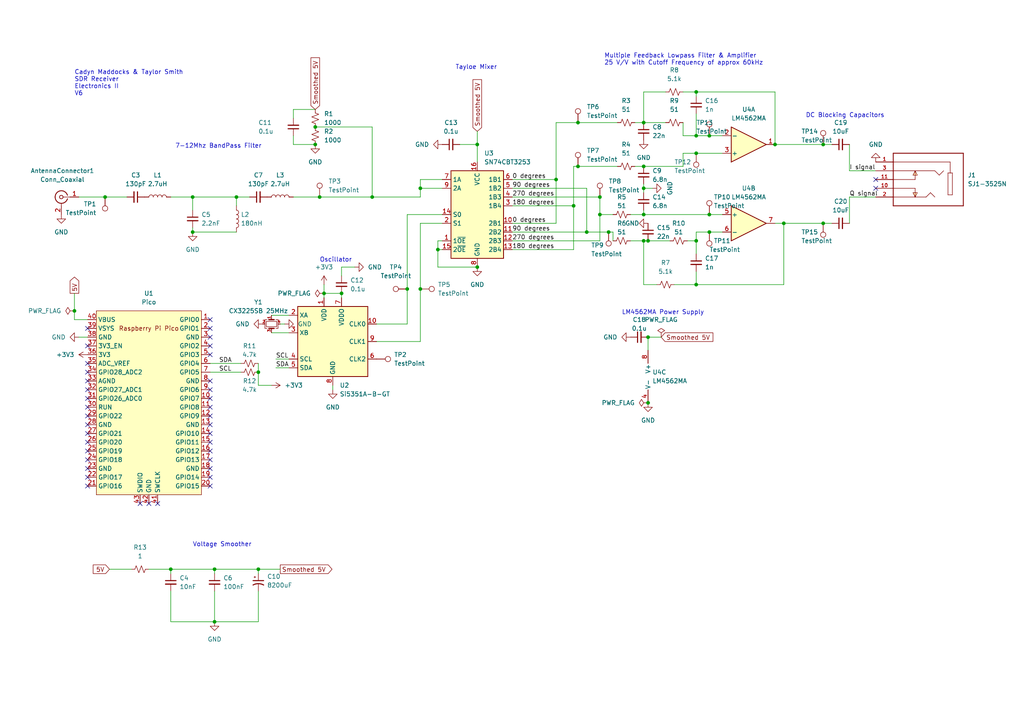
<source format=kicad_sch>
(kicad_sch (version 20211123) (generator eeschema)
  (paper "A4")
  (title_block (title "SDR Receiver"))
  (lib_symbols
    (symbol "Amplifier_Operational:LM2904" (pin_names (offset 0.127))
      (property "Reference" "U" (at 0 5.08 0))
      (property "Value" "LM2904" (at 0 -5.08 0))
      (symbol "LM2904_1_1"
        (polyline (pts (xy -5.08 5.08) (xy 5.08 0) (xy -5.08 -5.08) (xy -5.08 5.08)) (stroke (width 0.254)) (fill (type background)))
        (pin output line (at 7.62 0 180) (length 2.54) (name "~") (number "1"))
        (pin input line (at -7.62 -2.54 0) (length 2.54) (name "-") (number "2"))
        (pin input line (at -7.62 2.54 0) (length 2.54) (name "+") (number "3"))
      )
      (symbol "LM2904_2_1"
        (polyline (pts (xy -5.08 5.08) (xy 5.08 0) (xy -5.08 -5.08) (xy -5.08 5.08)) (stroke (width 0.254)) (fill (type background)))
        (pin input line (at -7.62 2.54 0) (length 2.54) (name "+") (number "5"))
        (pin input line (at -7.62 -2.54 0) (length 2.54) (name "-") (number "6"))
        (pin output line (at 7.62 0 180) (length 2.54) (name "~") (number "7"))
      )
      (symbol "LM2904_3_1"
        (pin power_in line (at -2.54 -7.62 90) (length 3.81) (name "V-") (number "4"))
        (pin power_in line (at -2.54 7.62 270) (length 3.81) (name "V+") (number "8"))
      )
    )
    (symbol "Analog_Switch:SN74CBT3253"
      (property "Reference" "U" (at -7.62 13.97 0))
      (property "Value" "SN74CBT3253" (at -11.43 -13.97 0))
      (symbol "SN74CBT3253_0_1"
        (rectangle (start -7.62 12.7) (end 7.62 -12.7) (stroke (width 0.254)) (fill (type background)))
        (rectangle (start 7.62 -12.7) (end 7.62 -12.7))
      )
      (symbol "SN74CBT3253_1_1"
        (pin input line (at -10.16 -7.62 0) (length 2.54) (name "1~{OE}") (number "1"))
        (pin bidirectional line (at 10.16 -2.54 180) (length 2.54) (name "2B1") (number "10"))
        (pin bidirectional line (at 10.16 -5.08 180) (length 2.54) (name "2B2") (number "11"))
        (pin bidirectional line (at 10.16 -7.62 180) (length 2.54) (name "2B3") (number "12"))
        (pin bidirectional line (at 10.16 -10.16 180) (length 2.54) (name "2B4") (number "13"))
        (pin input line (at -10.16 0 0) (length 2.54) (name "S0") (number "14"))
        (pin input line (at -10.16 -10.16 0) (length 2.54) (name "2~{OE}") (number "15"))
        (pin power_in line (at 0 15.24 270) (length 2.54) (name "VCC") (number "16"))
        (pin input line (at -10.16 -2.54 0) (length 2.54) (name "S1") (number "2"))
        (pin bidirectional line (at 10.16 2.54 180) (length 2.54) (name "1B4") (number "3"))
        (pin bidirectional line (at 10.16 5.08 180) (length 2.54) (name "1B3") (number "4"))
        (pin bidirectional line (at 10.16 7.62 180) (length 2.54) (name "1B2") (number "5"))
        (pin bidirectional line (at 10.16 10.16 180) (length 2.54) (name "1B1") (number "6"))
        (pin bidirectional line (at -10.16 10.16 0) (length 2.54) (name "1A") (number "7"))
        (pin power_in line (at 0 -15.24 90) (length 2.54) (name "GND") (number "8"))
        (pin bidirectional line (at -10.16 7.62 0) (length 2.54) (name "2A") (number "9"))
      )
    )
    (symbol "Audio_Jack_Sterio3:SJ1-3525N" (pin_names (offset 1.016) hide)
      (property "Reference" "J" (at -10.16 10.16 0))
      (property "Value" "SJ1-3525N" (at -10.16 -12.7254 0))
      (symbol "SJ1-3525N_0_0"
        (polyline (pts (xy -10.16 -7.62) (xy 10.16 -7.62)) (stroke (width 0.254)))
        (polyline (pts (xy -10.16 7.62) (xy -10.16 -7.62)) (stroke (width 0.254)))
        (polyline (pts (xy -6.985 -4.445) (xy -6.985 1.905)) (stroke (width 0.1524)))
        (polyline (pts (xy -6.985 1.905) (xy -6.35 1.905)) (stroke (width 0.1524)))
        (polyline (pts (xy -6.35 1.905) (xy -5.715 1.905)) (stroke (width 0.1524)))
        (polyline (pts (xy -6.35 5.08) (xy -6.35 1.905)) (stroke (width 0.1524)))
        (polyline (pts (xy -5.715 -4.445) (xy -6.985 -4.445)) (stroke (width 0.1524)))
        (polyline (pts (xy -5.715 1.905) (xy -5.715 -4.445)) (stroke (width 0.1524)))
        (polyline (pts (xy -3.175 1.27) (xy -4.445 2.54)) (stroke (width 0.1524)))
        (polyline (pts (xy -1.905 2.54) (xy -3.175 1.27)) (stroke (width 0.1524)))
        (polyline (pts (xy -0.635 -3.81) (xy -1.905 -5.08)) (stroke (width 0.1524)))
        (polyline (pts (xy 0.635 -5.08) (xy -0.635 -3.81)) (stroke (width 0.1524)))
        (polyline (pts (xy 3.81 -5.08) (xy 0.635 -5.08)) (stroke (width 0.1524)))
        (polyline (pts (xy 3.81 -2.54) (xy 3.81 -5.08)) (stroke (width 0.1524)))
        (polyline (pts (xy 3.81 2.54) (xy -1.905 2.54)) (stroke (width 0.1524)))
        (polyline (pts (xy 3.81 2.54) (xy 3.81 0)) (stroke (width 0.1524)))
        (polyline (pts (xy 10.16 -7.62) (xy 10.16 -5.08)) (stroke (width 0.254)))
        (polyline (pts (xy 10.16 -5.08) (xy 3.81 -5.08)) (stroke (width 0.1524)))
        (polyline (pts (xy 10.16 -5.08) (xy 10.16 -2.54)) (stroke (width 0.254)))
        (polyline (pts (xy 10.16 -2.54) (xy 3.81 -2.54)) (stroke (width 0.1524)))
        (polyline (pts (xy 10.16 -2.54) (xy 10.16 0)) (stroke (width 0.254)))
        (polyline (pts (xy 10.16 0) (xy 3.81 0)) (stroke (width 0.1524)))
        (polyline (pts (xy 10.16 0) (xy 10.16 2.54)) (stroke (width 0.254)))
        (polyline (pts (xy 10.16 2.54) (xy 3.81 2.54)) (stroke (width 0.1524)))
        (polyline (pts (xy 10.16 2.54) (xy 10.16 5.08)) (stroke (width 0.254)))
        (polyline (pts (xy 10.16 5.08) (xy -6.35 5.08)) (stroke (width 0.1524)))
        (polyline (pts (xy 10.16 5.08) (xy 10.16 7.62)) (stroke (width 0.254)))
        (polyline (pts (xy 10.16 7.62) (xy -10.16 7.62)) (stroke (width 0.254)))
        (polyline (pts (xy 3.81 -5.08) (xy 3.175 -3.81) (xy 4.445 -3.81) (xy 3.81 -5.08)) (stroke (width 0.1524)) (fill (type background)))
        (polyline (pts (xy 3.81 2.54) (xy 4.445 1.27) (xy 3.175 1.27) (xy 3.81 2.54)) (stroke (width 0.1524)) (fill (type background)))
        (pin passive line (at 15.24 5.08 180) (length 5.08) (name "~") (number "1"))
        (pin passive line (at 15.24 -2.54 180) (length 5.08) (name "~") (number "10"))
        (pin passive line (at 15.24 0 180) (length 5.08) (name "~") (number "11"))
        (pin passive line (at 15.24 -5.08 180) (length 5.08) (name "~") (number "2"))
        (pin passive line (at 15.24 2.54 180) (length 5.08) (name "~") (number "3"))
      )
    )
    (symbol "Connector:Conn_Coaxial" (pin_names (offset 1.016) hide)
      (property "Reference" "J" (at 0.254 3.048 0))
      (property "Value" "Conn_Coaxial" (at 2.921 0 90))
      (symbol "Conn_Coaxial_0_1"
        (arc (start -1.778 -0.508) (mid 0.2311 -1.8066) (end 1.778 0) (stroke (width 0.254)))
        (polyline (pts (xy -2.54 0) (xy -0.508 0)))
        (polyline (pts (xy 0 -2.54) (xy 0 -1.778)))
        (circle (center 0 0) (radius 0.508) (stroke (width 0.2032)))
        (arc (start 1.778 0) (mid 0.2099 1.8101) (end -1.778 0.508) (stroke (width 0.254)))
      )
      (symbol "Conn_Coaxial_1_1"
        (pin passive line (at -5.08 0 0) (length 2.54) (name "In") (number "1"))
        (pin passive line (at 0 -5.08 90) (length 2.54) (name "Ext") (number "2"))
      )
    )
    (symbol "Connector:TestPoint" (pin_numbers hide) (pin_names (offset 0.762) hide)
      (property "Reference" "TP" (at 0 6.858 0))
      (property "Value" "TestPoint" (at 0 5.08 0))
      (symbol "TestPoint_0_1"
        (circle (center 0 3.302) (radius 0.762))
      )
      (symbol "TestPoint_1_1"
        (pin passive line (at 0 0 90) (length 2.54) (name "1") (number "1"))
      )
    )
    (symbol "Device:C_Polarized_Small_US" (pin_numbers hide) (pin_names (offset 0.254) hide)
      (property "Reference" "C" (at 0.254 1.778 0))
      (property "Value" "C_Polarized_Small_US" (at 0.254 -2.032 0))
      (symbol "C_Polarized_Small_US_0_1"
        (polyline (pts (xy -1.524 0.508) (xy 1.524 0.508)) (stroke (width 0.3048)))
        (polyline (pts (xy -1.27 1.524) (xy -0.762 1.524)))
        (polyline (pts (xy -1.016 1.27) (xy -1.016 1.778)))
        (arc (start 1.524 -0.762) (mid 0 -0.3734) (end -1.524 -0.762) (stroke (width 0.3048)))
      )
      (symbol "C_Polarized_Small_US_1_1"
        (pin passive line (at 0 2.54 270) (length 2.032) (name "~") (number "1"))
        (pin passive line (at 0 -2.54 90) (length 2.032) (name "~") (number "2"))
      )
    )
    (symbol "Device:C_Small" (pin_numbers hide) (pin_names (offset 0.254) hide)
      (property "Reference" "C" (at 0.254 1.778 0))
      (property "Value" "C_Small" (at 0.254 -2.032 0))
      (symbol "C_Small_0_1"
        (polyline (pts (xy -1.524 -0.508) (xy 1.524 -0.508)) (stroke (width 0.3302)))
        (polyline (pts (xy -1.524 0.508) (xy 1.524 0.508)) (stroke (width 0.3048)))
      )
      (symbol "C_Small_1_1"
        (pin passive line (at 0 2.54 270) (length 2.032) (name "~") (number "1"))
        (pin passive line (at 0 -2.54 90) (length 2.032) (name "~") (number "2"))
      )
    )
    (symbol "Device:Crystal_GND24_Small" (pin_names (offset 1.016) hide)
      (property "Reference" "Y" (at 1.27 4.445 0))
      (property "Value" "Crystal_GND24_Small" (at 1.27 2.54 0))
      (symbol "Crystal_GND24_Small_0_1"
        (rectangle (start -0.762 -1.524) (end 0.762 1.524))
        (polyline (pts (xy -1.27 -0.762) (xy -1.27 0.762)) (stroke (width 0.381)))
        (polyline (pts (xy 1.27 -0.762) (xy 1.27 0.762)) (stroke (width 0.381)))
        (polyline (pts (xy -1.27 -1.27) (xy -1.27 -1.905) (xy 1.27 -1.905) (xy 1.27 -1.27)))
        (polyline (pts (xy -1.27 1.27) (xy -1.27 1.905) (xy 1.27 1.905) (xy 1.27 1.27)))
      )
      (symbol "Crystal_GND24_Small_1_1"
        (pin passive line (at -2.54 0 0) (length 1.27) (name "1") (number "1"))
        (pin passive line (at 0 -2.54 90) (length 0.635) (name "2") (number "2"))
        (pin passive line (at 2.54 0 180) (length 1.27) (name "3") (number "3"))
        (pin passive line (at 0 2.54 270) (length 0.635) (name "4") (number "4"))
      )
    )
    (symbol "Device:L" (pin_numbers hide) (pin_names (offset 1.016) hide)
      (property "Reference" "L" (at -1.27 0 90))
      (property "Value" "L" (at 1.905 0 90))
      (symbol "L_0_1"
        (arc (start 0 -2.54) (mid 0.635 -1.905) (end 0 -1.27))
        (arc (start 0 -1.27) (mid 0.635 -0.635) (end 0 0))
        (arc (start 0 0) (mid 0.635 0.635) (end 0 1.27))
        (arc (start 0 1.27) (mid 0.635 1.905) (end 0 2.54))
      )
      (symbol "L_1_1"
        (pin passive line (at 0 3.81 270) (length 1.27) (name "1") (number "1"))
        (pin passive line (at 0 -3.81 90) (length 1.27) (name "2") (number "2"))
      )
    )
    (symbol "Device:R_Small_US" (pin_numbers hide) (pin_names (offset 0.254) hide)
      (property "Reference" "R" (at 0.762 0.508 0))
      (property "Value" "R_Small_US" (at 0.762 -1.016 0))
      (symbol "R_Small_US_1_1"
        (polyline (pts (xy 0 0) (xy 1.016 -0.381) (xy 0 -0.762) (xy -1.016 -1.143) (xy 0 -1.524)))
        (polyline (pts (xy 0 1.524) (xy 1.016 1.143) (xy 0 0.762) (xy -1.016 0.381) (xy 0 0)))
        (pin passive line (at 0 2.54 270) (length 1.016) (name "~") (number "1"))
        (pin passive line (at 0 -2.54 90) (length 1.016) (name "~") (number "2"))
      )
    )
    (symbol "MCU_RaspberryPi_and_Boards:Pico"
      (property "Reference" "U" (at -13.97 27.94 0))
      (property "Value" "Pico" (at 0 19.05 0))
      (symbol "Pico_0_0"
        (text "Raspberry Pi Pico" (at 0 21.59 0) (effects (font (size 1.27 1.27))))
      )
      (symbol "Pico_0_1"
        (rectangle (start -15.24 26.67) (end 15.24 -26.67) (fill (type background)))
      )
      (symbol "Pico_1_1"
        (pin bidirectional line (at -17.78 24.13 0) (length 2.54) (name "GPIO0") (number "1"))
        (pin bidirectional line (at -17.78 1.27 0) (length 2.54) (name "GPIO7") (number "10"))
        (pin bidirectional line (at -17.78 -1.27 0) (length 2.54) (name "GPIO8") (number "11"))
        (pin bidirectional line (at -17.78 -3.81 0) (length 2.54) (name "GPIO9") (number "12"))
        (pin power_in line (at -17.78 -6.35 0) (length 2.54) (name "GND") (number "13"))
        (pin bidirectional line (at -17.78 -8.89 0) (length 2.54) (name "GPIO10") (number "14"))
        (pin bidirectional line (at -17.78 -11.43 0) (length 2.54) (name "GPIO11") (number "15"))
        (pin bidirectional line (at -17.78 -13.97 0) (length 2.54) (name "GPIO12") (number "16"))
        (pin bidirectional line (at -17.78 -16.51 0) (length 2.54) (name "GPIO13") (number "17"))
        (pin power_in line (at -17.78 -19.05 0) (length 2.54) (name "GND") (number "18"))
        (pin bidirectional line (at -17.78 -21.59 0) (length 2.54) (name "GPIO14") (number "19"))
        (pin bidirectional line (at -17.78 21.59 0) (length 2.54) (name "GPIO1") (number "2"))
        (pin bidirectional line (at -17.78 -24.13 0) (length 2.54) (name "GPIO15") (number "20"))
        (pin bidirectional line (at 17.78 -24.13 180) (length 2.54) (name "GPIO16") (number "21"))
        (pin bidirectional line (at 17.78 -21.59 180) (length 2.54) (name "GPIO17") (number "22"))
        (pin power_in line (at 17.78 -19.05 180) (length 2.54) (name "GND") (number "23"))
        (pin bidirectional line (at 17.78 -16.51 180) (length 2.54) (name "GPIO18") (number "24"))
        (pin bidirectional line (at 17.78 -13.97 180) (length 2.54) (name "GPIO19") (number "25"))
        (pin bidirectional line (at 17.78 -11.43 180) (length 2.54) (name "GPIO20") (number "26"))
        (pin bidirectional line (at 17.78 -8.89 180) (length 2.54) (name "GPIO21") (number "27"))
        (pin power_in line (at 17.78 -6.35 180) (length 2.54) (name "GND") (number "28"))
        (pin bidirectional line (at 17.78 -3.81 180) (length 2.54) (name "GPIO22") (number "29"))
        (pin power_in line (at -17.78 19.05 0) (length 2.54) (name "GND") (number "3"))
        (pin input line (at 17.78 -1.27 180) (length 2.54) (name "RUN") (number "30"))
        (pin bidirectional line (at 17.78 1.27 180) (length 2.54) (name "GPIO26_ADC0") (number "31"))
        (pin bidirectional line (at 17.78 3.81 180) (length 2.54) (name "GPIO27_ADC1") (number "32"))
        (pin power_in line (at 17.78 6.35 180) (length 2.54) (name "AGND") (number "33"))
        (pin bidirectional line (at 17.78 8.89 180) (length 2.54) (name "GPIO28_ADC2") (number "34"))
        (pin power_in line (at 17.78 11.43 180) (length 2.54) (name "ADC_VREF") (number "35"))
        (pin power_in line (at 17.78 13.97 180) (length 2.54) (name "3V3") (number "36"))
        (pin input line (at 17.78 16.51 180) (length 2.54) (name "3V3_EN") (number "37"))
        (pin bidirectional line (at 17.78 19.05 180) (length 2.54) (name "GND") (number "38"))
        (pin power_in line (at 17.78 21.59 180) (length 2.54) (name "VSYS") (number "39"))
        (pin bidirectional line (at -17.78 16.51 0) (length 2.54) (name "GPIO2") (number "4"))
        (pin power_in line (at 17.78 24.13 180) (length 2.54) (name "VBUS") (number "40"))
        (pin input line (at -2.54 -29.21 90) (length 2.54) (name "SWCLK") (number "41"))
        (pin power_in line (at 0 -29.21 90) (length 2.54) (name "GND") (number "42"))
        (pin bidirectional line (at 2.54 -29.21 90) (length 2.54) (name "SWDIO") (number "43"))
        (pin bidirectional line (at -17.78 13.97 0) (length 2.54) (name "GPIO3") (number "5"))
        (pin bidirectional line (at -17.78 11.43 0) (length 2.54) (name "GPIO4") (number "6"))
        (pin bidirectional line (at -17.78 8.89 0) (length 2.54) (name "GPIO5") (number "7"))
        (pin power_in line (at -17.78 6.35 0) (length 2.54) (name "GND") (number "8"))
        (pin bidirectional line (at -17.78 3.81 0) (length 2.54) (name "GPIO6") (number "9"))
      )
    )
    (symbol "Oscillator:Si5351A-B-GT"
      (property "Reference" "U" (at -8.89 11.43 0))
      (property "Value" "Si5351A-B-GT" (at -12.7 -12.7 0))
      (symbol "Si5351A-B-GT_0_1"
        (rectangle (start -10.16 10.16) (end 10.16 -10.16) (stroke (width 0.254)) (fill (type background)))
      )
      (symbol "Si5351A-B-GT_1_1"
        (pin power_in line (at -2.54 12.7 270) (length 2.54) (name "VDD") (number "1"))
        (pin output line (at 12.7 5.08 180) (length 2.54) (name "CLK0") (number "10"))
        (pin input line (at -12.7 7.62 0) (length 2.54) (name "XA") (number "2"))
        (pin input line (at -12.7 2.54 0) (length 2.54) (name "XB") (number "3"))
        (pin input line (at -12.7 -5.08 0) (length 2.54) (name "SCL") (number "4"))
        (pin bidirectional line (at -12.7 -7.62 0) (length 2.54) (name "SDA") (number "5"))
        (pin output line (at 12.7 -5.08 180) (length 2.54) (name "CLK2") (number "6"))
        (pin power_in line (at 2.54 12.7 270) (length 2.54) (name "VDDO") (number "7"))
        (pin power_in line (at 0 -12.7 90) (length 2.54) (name "GND") (number "8"))
        (pin output line (at 12.7 0 180) (length 2.54) (name "CLK1") (number "9"))
      )
    )
    (symbol "power:+3.3V" (power) (pin_names (offset 0))
      (property "Value" "+3.3V" (at 0 3.556 0))
      (symbol "+3.3V_0_1"
        (polyline (pts (xy -0.762 1.27) (xy 0 2.54)))
        (polyline (pts (xy 0 0) (xy 0 2.54)))
        (polyline (pts (xy 0 2.54) (xy 0.762 1.27)))
      )
      (symbol "+3.3V_1_1"
        (pin power_in line (at 0 0 90) (length 0) hide (name "+3V3") (number "1"))
      )
    )
    (symbol "power:GND" (power) (pin_names (offset 0))
      (property "Value" "GND" (at 0 -3.81 0))
      (symbol "GND_0_1"
        (polyline (pts (xy 0 0) (xy 0 -1.27) (xy 1.27 -1.27) (xy 0 -2.54) (xy -1.27 -1.27) (xy 0 -1.27)))
      )
      (symbol "GND_1_1"
        (pin power_in line (at 0 0 270) (length 0) hide (name "GND") (number "1"))
      )
    )
    (symbol "power:PWR_FLAG" (power) (pin_numbers hide) (pin_names (offset 0) hide)
      (property "Value" "PWR_FLAG" (at 0 3.81 0))
      (symbol "PWR_FLAG_0_0"
        (pin power_out line (at 0 0 90) (length 0) (name "pwr") (number "1"))
      )
      (symbol "PWR_FLAG_0_1"
        (polyline (pts (xy 0 0) (xy 0 1.27) (xy -1.016 1.905) (xy 0 2.54) (xy 1.016 1.905) (xy 0 1.27)))
      )
    )
  )
  (junction (at 238.76 41.91))
  (junction (at 107.95 57.15))
  (junction (at 170.18 67.31))
  (junction (at 138.43 41.91))
  (junction (at 176.53 67.31))
  (junction (at 166.37 59.69))
  (junction (at 186.69 69.85))
  (junction (at 201.93 39.37))
  (junction (at 187.96 69.85))
  (junction (at 238.76 64.77))
  (junction (at 55.88 57.15))
  (junction (at 227.33 64.77))
  (junction (at 187.96 97.79))
  (junction (at 91.44 36.83))
  (junction (at 138.43 77.47))
  (junction (at 201.93 69.85))
  (junction (at 201.93 44.45))
  (junction (at 62.23 165.1))
  (junction (at 30.48 57.15))
  (junction (at 91.44 41.91))
  (junction (at 186.69 48.26))
  (junction (at 205.74 67.31))
  (junction (at 118.11 83.82))
  (junction (at 205.74 39.37))
  (junction (at 62.23 180.34))
  (junction (at 205.74 62.23))
  (junction (at 161.29 52.07))
  (junction (at 121.92 54.61))
  (junction (at 201.93 26.67))
  (junction (at 74.93 107.95))
  (junction (at 186.69 62.23))
  (junction (at 74.93 165.1))
  (junction (at 55.88 67.31))
  (junction (at 224.79 41.91))
  (junction (at 186.69 35.56))
  (junction (at 92.71 57.15))
  (junction (at 99.06 85.09))
  (junction (at 186.69 54.61))
  (junction (at 173.99 62.23))
  (junction (at 187.96 116.84))
  (junction (at 93.98 85.09))
  (junction (at 201.93 82.55))
  (junction (at 68.58 57.15))
  (junction (at 167.64 35.56))
  (junction (at 167.64 48.26))
  (junction (at 121.92 83.82))
  (junction (at 21.59 90.17))
  (junction (at 127 72.39))
  (junction (at 173.99 57.15))
  (junction (at 49.53 165.1))
  (no_connect (at 25.4 100.33))
  (no_connect (at 25.4 105.41))
  (no_connect (at 60.96 102.87))
  (no_connect (at 60.96 100.33))
  (no_connect (at 60.96 97.79))
  (no_connect (at 60.96 95.25))
  (no_connect (at 60.96 92.71))
  (no_connect (at 25.4 107.95))
  (no_connect (at 25.4 115.57))
  (no_connect (at 25.4 113.03))
  (no_connect (at 25.4 110.49))
  (no_connect (at 25.4 123.19))
  (no_connect (at 25.4 125.73))
  (no_connect (at 25.4 118.11))
  (no_connect (at 25.4 120.65))
  (no_connect (at 25.4 140.97))
  (no_connect (at 25.4 138.43))
  (no_connect (at 25.4 128.27))
  (no_connect (at 25.4 130.81))
  (no_connect (at 25.4 133.35))
  (no_connect (at 25.4 135.89))
  (no_connect (at 254 54.61))
  (no_connect (at 254 52.07))
  (no_connect (at 60.96 113.03))
  (no_connect (at 60.96 110.49))
  (no_connect (at 45.72 146.05))
  (no_connect (at 40.64 146.05))
  (no_connect (at 43.18 146.05))
  (no_connect (at 60.96 115.57))
  (no_connect (at 60.96 118.11))
  (no_connect (at 60.96 120.65))
  (no_connect (at 60.96 123.19))
  (no_connect (at 60.96 133.35))
  (no_connect (at 60.96 130.81))
  (no_connect (at 60.96 128.27))
  (no_connect (at 60.96 125.73))
  (no_connect (at 60.96 135.89))
  (no_connect (at 60.96 138.43))
  (no_connect (at 60.96 140.97))
  (no_connect (at 25.4 95.25))
  (wire (pts (xy 128.27 69.85) (xy 127 69.85)))
  (wire (pts (xy 60.96 105.41) (xy 69.85 105.41)))
  (wire (pts (xy 182.88 69.85) (xy 186.69 69.85)))
  (wire (pts (xy 238.76 64.77) (xy 241.3 64.77)))
  (wire (pts (xy 78.74 91.44) (xy 83.82 91.44)))
  (wire (pts (xy 184.15 35.56) (xy 186.69 35.56)))
  (wire (pts (xy 246.38 41.91) (xy 246.38 49.53)))
  (wire (pts (xy 121.92 54.61) (xy 121.92 57.15)))
  (wire (pts (xy 224.79 41.91) (xy 238.76 41.91)))
  (wire (pts (xy 91.44 36.83) (xy 107.95 36.83)))
  (wire (pts (xy 182.88 62.23) (xy 186.69 62.23)))
  (wire (pts (xy 85.09 57.15) (xy 92.71 57.15)))
  (wire (pts (xy 198.12 48.26) (xy 198.12 44.45)))
  (wire (pts (xy 49.53 57.15) (xy 55.88 57.15)))
  (wire (pts (xy 227.33 64.77) (xy 238.76 64.77)))
  (wire (pts (xy 80.01 104.14) (xy 83.82 104.14)))
  (wire (pts (xy 30.48 57.15) (xy 36.83 57.15)))
  (wire (pts (xy 184.15 48.26) (xy 186.69 48.26)))
  (wire (pts (xy 186.69 26.67) (xy 186.69 35.56)))
  (wire (pts (xy 224.79 64.77) (xy 227.33 64.77)))
  (wire (pts (xy 238.76 41.91) (xy 241.3 41.91)))
  (wire (pts (xy 93.98 85.09) (xy 93.98 86.36)))
  (wire (pts (xy 201.93 26.67) (xy 201.93 27.94)))
  (wire (pts (xy 74.93 165.1) (xy 74.93 166.37)))
  (wire (pts (xy 186.69 53.34) (xy 186.69 54.61)))
  (wire (pts (xy 166.37 59.69) (xy 166.37 48.26)))
  (wire (pts (xy 74.93 107.95) (xy 74.93 111.76)))
  (wire (pts (xy 74.93 180.34) (xy 62.23 180.34)))
  (wire (pts (xy 246.38 49.53) (xy 254 49.53)))
  (wire (pts (xy 201.93 67.31) (xy 201.93 69.85)))
  (wire (pts (xy 21.59 85.09) (xy 21.59 90.17)))
  (wire (pts (xy 118.11 62.23) (xy 128.27 62.23)))
  (wire (pts (xy 107.95 57.15) (xy 121.92 57.15)))
  (wire (pts (xy 127 72.39) (xy 128.27 72.39)))
  (wire (pts (xy 85.09 31.75) (xy 91.44 31.75)))
  (wire (pts (xy 49.53 180.34) (xy 49.53 171.45)))
  (wire (pts (xy 209.55 67.31) (xy 205.74 67.31)))
  (wire (pts (xy 161.29 64.77) (xy 161.29 52.07)))
  (wire (pts (xy 85.09 39.37) (xy 85.09 41.91)))
  (wire (pts (xy 74.93 171.45) (xy 74.93 180.34)))
  (wire (pts (xy 31.75 165.1) (xy 38.1 165.1)))
  (wire (pts (xy 62.23 165.1) (xy 62.23 166.37)))
  (wire (pts (xy 167.64 48.26) (xy 179.07 48.26)))
  (wire (pts (xy 80.01 106.68) (xy 83.82 106.68)))
  (wire (pts (xy 22.86 97.79) (xy 25.4 97.79)))
  (wire (pts (xy 43.18 165.1) (xy 49.53 165.1)))
  (wire (pts (xy 109.22 93.98) (xy 118.11 93.98)))
  (wire (pts (xy 201.93 39.37) (xy 205.74 39.37)))
  (wire (pts (xy 99.06 77.47) (xy 102.87 77.47)))
  (wire (pts (xy 74.93 105.41) (xy 74.93 107.95)))
  (wire (pts (xy 205.74 62.23) (xy 209.55 62.23)))
  (wire (pts (xy 121.92 52.07) (xy 121.92 54.61)))
  (wire (pts (xy 161.29 52.07) (xy 161.29 35.56)))
  (wire (pts (xy 118.11 83.82) (xy 118.11 62.23)))
  (wire (pts (xy 187.96 69.85) (xy 194.31 69.85)))
  (wire (pts (xy 68.58 57.15) (xy 68.58 59.69)))
  (wire (pts (xy 121.92 52.07) (xy 128.27 52.07)))
  (wire (pts (xy 49.53 165.1) (xy 49.53 166.37)))
  (wire (pts (xy 55.88 57.15) (xy 55.88 60.96)))
  (wire (pts (xy 198.12 44.45) (xy 201.93 44.45)))
  (wire (pts (xy 93.98 82.55) (xy 93.98 85.09)))
  (wire (pts (xy 21.59 90.17) (xy 21.59 92.71)))
  (wire (pts (xy 166.37 72.39) (xy 166.37 59.69)))
  (wire (pts (xy 170.18 67.31) (xy 176.53 67.31)))
  (wire (pts (xy 193.04 26.67) (xy 186.69 26.67)))
  (wire (pts (xy 186.69 69.85) (xy 186.69 82.55)))
  (wire (pts (xy 121.92 54.61) (xy 128.27 54.61)))
  (wire (pts (xy 201.93 33.02) (xy 201.93 39.37)))
  (wire (pts (xy 186.69 48.26) (xy 198.12 48.26)))
  (wire (pts (xy 186.69 54.61) (xy 189.23 54.61)))
  (wire (pts (xy 99.06 86.36) (xy 99.06 85.09)))
  (wire (pts (xy 227.33 64.77) (xy 227.33 82.55)))
  (wire (pts (xy 170.18 54.61) (xy 170.18 67.31)))
  (wire (pts (xy 186.69 62.23) (xy 205.74 62.23)))
  (wire (pts (xy 62.23 165.1) (xy 74.93 165.1)))
  (wire (pts (xy 205.74 67.31) (xy 201.93 67.31)))
  (wire (pts (xy 148.59 52.07) (xy 161.29 52.07)))
  (wire (pts (xy 55.88 67.31) (xy 55.88 66.04)))
  (wire (pts (xy 68.58 67.31) (xy 55.88 67.31)))
  (wire (pts (xy 62.23 180.34) (xy 49.53 180.34)))
  (wire (pts (xy 81.28 93.98) (xy 82.55 93.98)))
  (wire (pts (xy 186.69 35.56) (xy 193.04 35.56)))
  (wire (pts (xy 198.12 39.37) (xy 198.12 35.56)))
  (wire (pts (xy 127 69.85) (xy 127 72.39)))
  (wire (pts (xy 148.59 67.31) (xy 170.18 67.31)))
  (wire (pts (xy 148.59 64.77) (xy 161.29 64.77)))
  (wire (pts (xy 224.79 26.67) (xy 224.79 41.91)))
  (wire (pts (xy 191.77 97.79) (xy 187.96 97.79)))
  (wire (pts (xy 85.09 41.91) (xy 91.44 41.91)))
  (wire (pts (xy 148.59 72.39) (xy 166.37 72.39)))
  (wire (pts (xy 199.39 69.85) (xy 201.93 69.85)))
  (wire (pts (xy 148.59 54.61) (xy 170.18 54.61)))
  (wire (pts (xy 173.99 57.15) (xy 173.99 62.23)))
  (wire (pts (xy 93.98 85.09) (xy 99.06 85.09)))
  (wire (pts (xy 74.93 111.76) (xy 78.74 111.76)))
  (wire (pts (xy 121.92 83.82) (xy 121.92 64.77)))
  (wire (pts (xy 176.53 67.31) (xy 177.8 67.31)))
  (wire (pts (xy 173.99 62.23) (xy 177.8 62.23)))
  (wire (pts (xy 138.43 41.91) (xy 138.43 46.99)))
  (wire (pts (xy 173.99 62.23) (xy 173.99 69.85)))
  (wire (pts (xy 78.74 96.52) (xy 83.82 96.52)))
  (wire (pts (xy 227.33 82.55) (xy 201.93 82.55)))
  (wire (pts (xy 121.92 64.77) (xy 128.27 64.77)))
  (wire (pts (xy 148.59 59.69) (xy 166.37 59.69)))
  (wire (pts (xy 246.38 57.15) (xy 254 57.15)))
  (wire (pts (xy 62.23 171.45) (xy 62.23 180.34)))
  (wire (pts (xy 186.69 62.23) (xy 186.69 60.96)))
  (wire (pts (xy 55.88 57.15) (xy 68.58 57.15)))
  (wire (pts (xy 201.93 44.45) (xy 209.55 44.45)))
  (wire (pts (xy 60.96 107.95) (xy 69.85 107.95)))
  (wire (pts (xy 96.52 113.03) (xy 96.52 111.76)))
  (wire (pts (xy 166.37 48.26) (xy 167.64 48.26)))
  (wire (pts (xy 21.59 92.71) (xy 25.4 92.71)))
  (wire (pts (xy 246.38 64.77) (xy 246.38 57.15)))
  (wire (pts (xy 127 72.39) (xy 127 77.47)))
  (wire (pts (xy 133.35 41.91) (xy 138.43 41.91)))
  (wire (pts (xy 161.29 35.56) (xy 167.64 35.56)))
  (wire (pts (xy 22.86 57.15) (xy 30.48 57.15)))
  (wire (pts (xy 99.06 80.01) (xy 99.06 77.47)))
  (wire (pts (xy 187.96 97.79) (xy 187.96 101.6)))
  (wire (pts (xy 74.93 165.1) (xy 81.28 165.1)))
  (wire (pts (xy 205.74 39.37) (xy 209.55 39.37)))
  (wire (pts (xy 177.8 67.31) (xy 177.8 69.85)))
  (wire (pts (xy 198.12 26.67) (xy 201.93 26.67)))
  (wire (pts (xy 109.22 99.06) (xy 121.92 99.06)))
  (wire (pts (xy 195.58 82.55) (xy 201.93 82.55)))
  (wire (pts (xy 186.69 69.85) (xy 187.96 69.85)))
  (wire (pts (xy 68.58 57.15) (xy 72.39 57.15)))
  (wire (pts (xy 148.59 57.15) (xy 173.99 57.15)))
  (wire (pts (xy 201.93 82.55) (xy 201.93 78.74)))
  (wire (pts (xy 118.11 93.98) (xy 118.11 83.82)))
  (wire (pts (xy 186.69 82.55) (xy 190.5 82.55)))
  (wire (pts (xy 201.93 69.85) (xy 201.93 73.66)))
  (wire (pts (xy 201.93 26.67) (xy 224.79 26.67)))
  (wire (pts (xy 138.43 38.1) (xy 138.43 41.91)))
  (wire (pts (xy 127 77.47) (xy 138.43 77.47)))
  (wire (pts (xy 107.95 36.83) (xy 107.95 57.15)))
  (wire (pts (xy 49.53 165.1) (xy 62.23 165.1)))
  (wire (pts (xy 85.09 34.29) (xy 85.09 31.75)))
  (wire (pts (xy 167.64 35.56) (xy 179.07 35.56)))
  (wire (pts (xy 92.71 57.15) (xy 107.95 57.15)))
  (wire (pts (xy 198.12 39.37) (xy 201.93 39.37)))
  (wire (pts (xy 148.59 69.85) (xy 173.99 69.85)))
  (wire (pts (xy 186.69 54.61) (xy 186.69 55.88)))
  (wire (pts (xy 121.92 99.06) (xy 121.92 83.82)))
  (text "Multiple Feedback Lowpass Filter & Amplifier\n25 V/V with Cutoff Frequency of approx 60kHz\n" (at 175.26 19.05 0) (effects (font (size 1.27 1.27)) (justify left bottom)))
  (text "Oscillator\n" (at 92.71 76.2 0) (effects (font (size 1.27 1.27)) (justify left bottom)))
  (text "LM4562MA Power Supply" (at 180.34 91.44 0) (effects (font (size 1.27 1.27)) (justify left bottom)))
  (text "Tayloe Mixer\n" (at 132.08 20.32 0) (effects (font (size 1.27 1.27)) (justify left bottom)))
  (text "7-12Mhz BandPass Filter\n" (at 50.8 43.18 0) (effects (font (size 1.27 1.27)) (justify left bottom)))
  (text "DC Blocking Capacitors\n" (at 233.68 34.29 0) (effects (font (size 1.27 1.27)) (justify left bottom)))
  (text "Voltage Smoother\n" (at 55.88 158.75 0) (effects (font (size 1.27 1.27)) (justify left bottom)))
  (text "Cadyn Maddocks & Taylor Smith\nSDR Receiver\nElectronics II\nV6\n" (at 21.59 27.94 0) (effects (font (size 1.27 1.27)) (justify left bottom)))
  (label "SDA" (at 80.01 106.68 0))
  (label "180 degrees" (at 148.59 59.69 0))
  (label "180 degrees" (at 148.59 72.39 0))
  (label "270 degrees" (at 148.59 57.15 0))
  (label "SCL" (at 63.5 107.95 0))
  (label "90 degrees" (at 148.59 54.61 0))
  (label "90 degrees" (at 148.59 67.31 0))
  (label "0 degrees" (at 148.59 64.77 0))
  (label "SDA" (at 63.5 105.41 0))
  (label "270 degrees" (at 148.59 69.85 0))
  (label "Q signal" (at 246.38 57.15 0))
  (label "0 degrees" (at 148.59 52.07 0))
  (label "I signal" (at 246.38 49.53 0))
  (label "SCL" (at 80.01 104.14 0))
  (global_label "5V" (shape input) (at 31.75 165.1 180) (property "Intersheet References" "${INTERSHEET_REFS}" (effects hide)))
  (global_label "Smoothed 5V" (shape input) (at 191.77 97.79 0) (property "Intersheet References" "${INTERSHEET_REFS}" (effects hide)))
  (global_label "Smoothed 5V" (shape output) (at 81.28 165.1 0) (property "Intersheet References" "${INTERSHEET_REFS}" (effects hide)))
  (global_label "5V" (shape output) (at 21.59 85.09 90) (property "Intersheet References" "${INTERSHEET_REFS}" (effects hide)))
  (global_label "Smoothed 5V" (shape input) (at 138.43 38.1 90) (property "Intersheet References" "${INTERSHEET_REFS}" (effects hide)))
  (global_label "Smoothed 5V" (shape input) (at 91.44 31.75 90) (property "Intersheet References" "${INTERSHEET_REFS}" (effects hide)))
  (symbol (lib_id "Connector:TestPoint") (at 205.74 67.31 180) (unit 1)
    (property "Reference" "TP11" (at 207.01 69.85 0) (effects (justify right)))
    (property "Value" "TestPoint" (at 205.74 72.39 0) (effects (justify right)))
    (property "Footprint" "TestPoint:TestPoint_THTPad_2.0x2.0mm_Drill1.0mm" (effects hide))
  )
  (symbol (lib_id "power:GND") (at 138.43 77.47 0) (unit 1)
    (property "Reference" "#PWR013" (effects hide))
    (property "Value" "GND" (at 138.43 82.55 0))
  )
  (symbol (lib_id "Device:C_Small") (at 185.42 97.79 90) (unit 1)
    (property "Reference" "C18" (at 185.42 92.71 90))
    (property "Value" "0.1u" (at 185.42 95.25 90))
    (property "Footprint" "Capacitor_SMD:C_0805_2012Metric" (effects hide))
    (property "Datasheet" "https://media.digikey.com/pdf/Data%20Sheets/Samsung%20PDFs/CL21B104KACNNNC_Spec.pdf" (effects hide))
  )
  (symbol (lib_id "power:PWR_FLAG") (at 21.59 90.17 90) (unit 1)
    (property "Reference" "#FLG0103" (effects hide))
    (property "Value" "PWR_FLAG" (at 17.78 90.1699 90) (effects (justify left)))
  )
  (symbol (lib_id "Device:L") (at 81.28 57.15 90) (unit 1)
    (property "Reference" "L3" (at 81.28 50.8 90))
    (property "Value" "2.7uH" (at 81.28 53.34 90))
    (property "Footprint" "Inductor_THT:L_Toroid_Vertical_L10.0mm_W5.0mm_P5.08mm" (effects hide))
    (property "Datasheet" "https://www.66pacific.com/calculators/toroid-coil-winding-calculator.aspx" (effects hide))
  )
  (symbol (lib_id "Device:R_Small_US") (at 91.44 39.37 0) (unit 1)
    (property "Reference" "R2" (at 93.98 38.0999 0) (effects (justify left)))
    (property "Value" "1000" (at 93.98 40.6399 0) (effects (justify left)))
    (property "Footprint" "Resistor_SMD:R_0805_2012Metric" (effects hide))
    (property "Datasheet" "https://www.vishay.com/docs/60125/pcan.pdf" (effects hide))
  )
  (symbol (lib_id "Device:C_Small") (at 186.69 58.42 0) (unit 1)
    (property "Reference" "C14" (at 189.23 57.1562 0) (effects (justify left)))
    (property "Value" "6.8n" (at 189.23 59.6962 0) (effects (justify left)))
    (property "Footprint" "Capacitor_SMD:C_0805_2012Metric" (effects hide))
    (property "Datasheet" "https://content.kemet.com/datasheets/KEM_C1003_C0G_SMD.pdf" (effects hide))
  )
  (symbol (lib_id "Device:C_Small") (at 187.96 67.31 0) (unit 1)
    (property "Reference" "C15" (at 190.5 66.0462 0) (effects (justify left)))
    (property "Value" "22n" (at 190.5 68.5862 0) (effects (justify left)))
    (property "Footprint" "Capacitor_SMD:C_0805_2012Metric" (effects hide))
    (property "Datasheet" "https://content.kemet.com/datasheets/KEM_C1090_X7R_ESD.pdf" (effects hide))
  )
  (symbol (lib_id "Connector:TestPoint") (at 167.64 35.56 0) (unit 1)
    (property "Reference" "TP6" (at 170.18 30.9879 0) (effects (justify left)))
    (property "Value" "TestPoint" (at 170.18 33.5279 0) (effects (justify left)))
    (property "Footprint" "TestPoint:TestPoint_THTPad_2.0x2.0mm_Drill1.0mm" (effects hide))
  )
  (symbol (lib_id "power:GND") (at 182.88 97.79 270) (unit 1)
    (property "Reference" "#PWR0102" (effects hide))
    (property "Value" "GND" (at 179.07 97.7899 90) (effects (justify right)))
  )
  (symbol (lib_id "Connector:TestPoint") (at 201.93 44.45 180) (unit 1)
    (property "Reference" "TP12" (at 195.58 46.99 0) (effects (justify right)))
    (property "Value" "TestPoint" (at 195.58 49.53 0) (effects (justify right)))
    (property "Footprint" "TestPoint:TestPoint_THTPad_2.0x2.0mm_Drill1.0mm" (effects hide))
  )
  (symbol (lib_id "power:GND") (at 189.23 54.61 90) (unit 1)
    (property "Reference" "#PWR015" (effects hide))
    (property "Value" "GND" (at 194.31 54.61 0))
  )
  (symbol (lib_id "Device:C_Small") (at 74.93 57.15 90) (unit 1)
    (property "Reference" "C7" (at 74.9363 50.8 90))
    (property "Value" "130pF" (at 74.9363 53.34 90))
    (property "Footprint" "Capacitor_SMD:C_0805_2012Metric" (effects hide))
    (property "Datasheet" "https://datasheets.kyocera-avx.com/C0GNP0-Dielectric.pdf" (effects hide))
  )
  (symbol (lib_id "Device:C_Small") (at 39.37 57.15 270) (unit 1)
    (property "Reference" "C3" (at 39.3636 50.8 90))
    (property "Value" "130pF" (at 39.3636 53.34 90))
    (property "Footprint" "Capacitor_SMD:C_0805_2012Metric" (effects hide))
    (property "Datasheet" "https://datasheets.kyocera-avx.com/C0GNP0-Dielectric.pdf" (effects hide))
  )
  (symbol (lib_id "Oscillator:Si5351A-B-GT") (at 96.52 99.06 0) (unit 1)
    (property "Reference" "U2" (at 98.5394 111.76 0) (effects (justify left)))
    (property "Value" "Si5351A-B-GT" (at 98.5394 114.3 0) (effects (justify left)))
    (property "Footprint" "Package_SO:MSOP-10_3x3mm_P0.5mm" (effects hide))
    (property "Datasheet" "https://www.silabs.com/documents/public/data-sheets/Si5351-B.pdf" (effects hide))
  )
  (symbol (lib_id "power:PWR_FLAG") (at 191.77 97.79 0) (unit 1)
    (property "Reference" "#FLG0101" (effects hide))
    (property "Value" "PWR_FLAG" (at 191.77 92.71 0))
  )
  (symbol (lib_id "Device:R_Small_US") (at 72.39 107.95 90) (unit 1)
    (property "Reference" "R12" (at 72.39 110.49 90))
    (property "Value" "4.7k" (at 72.39 113.03 90))
    (property "Footprint" "Resistor_SMD:R_0805_2012Metric" (effects hide))
    (property "Datasheet" "https://www.te.com/commerce/DocumentDelivery/DDEController?Action=srchrtrv&DocNm=1773204-3&DocType=DS&DocLang=English" (effects hide))
  )
  (symbol (lib_id "power:GND") (at 187.96 116.84 0) (unit 1)
    (property "Reference" "#PWR019" (effects hide))
    (property "Value" "GND" (at 187.96 121.92 0))
  )
  (symbol (lib_id "Device:C_Polarized_Small_US") (at 74.93 168.91 0) (unit 1)
    (property "Reference" "C10" (at 77.47 167.2081 0) (effects (justify left)))
    (property "Value" "8200uF" (at 77.47 169.7481 0) (effects (justify left)))
    (property "Footprint" "Capacitor_THT:CP_Radial_D16.0mm_P7.50mm" (effects hide))
    (property "Datasheet" "https://www.nteinc.com/capacitor_web/pdf/vht.pdf" (effects hide))
  )
  (symbol (lib_id "power:GND") (at 76.2 93.98 270) (unit 1)
    (property "Reference" "#PWR06" (effects hide))
    (property "Value" "GND" (at 72.39 93.98 90) (effects (justify right)))
  )
  (symbol (lib_id "Connector:Conn_Coaxial") (at 17.78 57.15 0) (mirror y) (unit 1)
    (property "Reference" "AntennaConnector1" (at 18.0974 49.53 0))
    (property "Value" "Conn_Coaxial" (at 18.0974 52.07 0))
    (property "Footprint" "Connector_Coaxial:BNC_Amphenol_B6252HB-NPP3G-50_Horizontal" (effects hide))
    (property "Datasheet" "https://www.farnell.com/datasheets/612848.pdf" (effects hide))
  )
  (symbol (lib_id "Amplifier_Operational:LM2904") (at 217.17 41.91 0) (mirror x) (unit 1)
    (property "Reference" "U4" (at 217.17 31.75 0))
    (property "Value" "LM4562MA" (at 217.17 34.29 0))
    (property "Footprint" "Package_SO:SOIC-8_3.9x4.9mm_P1.27mm" (effects hide))
    (property "Datasheet" "https://www.ti.com/lit/ds/snas326k/snas326k.pdf" (effects hide))
  )
  (symbol (lib_id "Connector:TestPoint") (at 121.92 83.82 270) (unit 1)
    (property "Reference" "TP5" (at 127 82.5499 90) (effects (justify left)))
    (property "Value" "TestPoint" (at 127 85.0899 90) (effects (justify left)))
    (property "Footprint" "TestPoint:TestPoint_THTPad_2.0x2.0mm_Drill1.0mm" (effects hide))
  )
  (symbol (lib_id "Device:C_Small") (at 49.53 168.91 0) (unit 1)
    (property "Reference" "C4" (at 52.07 167.6462 0) (effects (justify left)))
    (property "Value" "10nF" (at 52.07 170.1862 0) (effects (justify left)))
    (property "Footprint" "Capacitor_SMD:C_0805_2012Metric" (effects hide))
    (property "Datasheet" "https://content.kemet.com/datasheets/KEM_C1109_X8G_150C_SMD.pdf" (effects hide))
  )
  (symbol (lib_id "power:GND") (at 96.52 113.03 0) (unit 1)
    (property "Reference" "#PWR0101" (effects hide))
    (property "Value" "GND" (at 96.52 118.11 0))
  )
  (symbol (lib_id "Device:R_Small_US") (at 193.04 82.55 90) (unit 1)
    (property "Reference" "R7" (at 193.04 76.2 90))
    (property "Value" "5.1k" (at 193.04 78.74 90))
    (property "Footprint" "Resistor_SMD:R_0805_2012Metric" (effects hide))
    (property "Datasheet" "https://www.vishay.com/docs/20043/crcwhpe3.pdf" (effects hide))
  )
  (symbol (lib_id "Connector:TestPoint") (at 176.53 67.31 180) (unit 1)
    (property "Reference" "TP9" (at 171.45 71.12 0) (effects (justify right)))
    (property "Value" "TestPoint" (at 171.45 73.66 0) (effects (justify right)))
    (property "Footprint" "TestPoint:TestPoint_THTPad_2.0x2.0mm_Drill1.0mm" (effects hide))
  )
  (symbol (lib_id "Connector:TestPoint") (at 238.76 64.77 180) (unit 1)
    (property "Reference" "TP15" (at 232.41 67.31 0) (effects (justify right)))
    (property "Value" "TestPoint" (at 232.41 69.85 0) (effects (justify right)))
    (property "Footprint" "TestPoint:TestPoint_THTPad_2.0x2.0mm_Drill1.0mm" (effects hide))
  )
  (symbol (lib_id "power:+3.3V") (at 25.4 102.87 90) (unit 1)
    (property "Reference" "#PWR01" (effects hide))
    (property "Value" "+3.3V" (at 21.59 102.8699 90) (effects (justify left)))
  )
  (symbol (lib_id "Analog_Switch:SN74CBT3253") (at 138.43 62.23 0) (unit 1)
    (property "Reference" "U3" (at 140.4494 44.45 0) (effects (justify left)))
    (property "Value" "SN74CBT3253" (at 140.4494 46.99 0) (effects (justify left)))
    (property "Footprint" "Package_SO:SOIC-16_3.9x9.9mm_P1.27mm" (effects hide))
    (property "Datasheet" "http://www.ti.com/lit/gpn/sn74cbt3253" (effects hide))
  )
  (symbol (lib_id "Device:R_Small_US") (at 72.39 105.41 90) (unit 1)
    (property "Reference" "R11" (at 72.39 100.33 90))
    (property "Value" "4.7k" (at 72.39 102.87 90))
    (property "Footprint" "Resistor_SMD:R_0805_2012Metric" (effects hide))
    (property "Datasheet" "https://www.te.com/commerce/DocumentDelivery/DDEController?Action=srchrtrv&DocNm=1773204-3&DocType=DS&DocLang=English" (effects hide))
  )
  (symbol (lib_id "power:GND") (at 186.69 40.64 0) (unit 1)
    (property "Reference" "#PWR014" (effects hide))
    (property "Value" "GND" (at 186.69 45.72 0))
  )
  (symbol (lib_id "power:+3.3V") (at 93.98 82.55 0) (unit 1)
    (property "Reference" "#PWR010" (effects hide))
    (property "Value" "+3.3V" (at 93.98 77.47 0))
  )
  (symbol (lib_id "Device:C_Small") (at 243.84 64.77 90) (unit 1)
    (property "Reference" "C20" (at 243.8463 58.42 90))
    (property "Value" "10uF" (at 243.8463 60.96 90))
    (property "Footprint" "Capacitor_SMD:C_0805_2012Metric" (effects hide))
    (property "Datasheet" "https://media.digikey.com/pdf/Data%20Sheets/Samsung%20PDFs/CL21A106KOQNNNG_Spec.pdf" (effects hide))
  )
  (symbol (lib_id "power:GND") (at 187.96 64.77 270) (unit 1)
    (property "Reference" "#PWR0104" (effects hide))
    (property "Value" "GND" (at 185.42 64.77 90) (effects (justify right)))
  )
  (symbol (lib_id "Device:R_Small_US") (at 181.61 48.26 90) (unit 1)
    (property "Reference" "R4" (at 181.61 41.91 90))
    (property "Value" "51" (at 181.61 44.45 90))
    (property "Footprint" "Resistor_SMD:R_0805_2012Metric" (effects hide))
    (property "Datasheet" "https://www.bourns.com/docs/Product-Datasheets/CRM0805_1206_2010.pdf" (effects hide))
  )
  (symbol (lib_id "Connector:TestPoint") (at 92.71 57.15 0) (unit 1)
    (property "Reference" "TP3" (at 95.25 52.5779 0) (effects (justify left)))
    (property "Value" "TestPoint" (at 95.25 55.1179 0) (effects (justify left)))
    (property "Footprint" "TestPoint:TestPoint_THTPad_2.0x2.0mm_Drill1.0mm" (effects hide))
  )
  (symbol (lib_id "Device:C_Small") (at 85.09 36.83 180) (unit 1)
    (property "Reference" "C11" (at 74.93 35.56 0) (effects (justify right)))
    (property "Value" "0.1u" (at 74.93 38.1 0) (effects (justify right)))
    (property "Footprint" "Capacitor_SMD:C_0805_2012Metric" (effects hide))
    (property "Datasheet" "https://media.digikey.com/pdf/Data%20Sheets/Samsung%20PDFs/CL21B104KACNNNC_Spec.pdf" (effects hide))
  )
  (symbol (lib_id "Device:C_Small") (at 130.81 41.91 90) (unit 1)
    (property "Reference" "C13" (at 130.8163 35.56 90))
    (property "Value" "0.1u" (at 130.8163 38.1 90))
    (property "Footprint" "Capacitor_SMD:C_0805_2012Metric" (effects hide))
    (property "Datasheet" "https://media.digikey.com/pdf/Data%20Sheets/Samsung%20PDFs/CL21B104KACNNNC_Spec.pdf" (effects hide))
  )
  (symbol (lib_id "Device:C_Small") (at 201.93 30.48 0) (unit 1)
    (property "Reference" "C16" (at 204.47 29.2162 0) (effects (justify left)))
    (property "Value" "1n" (at 204.47 31.7562 0) (effects (justify left)))
    (property "Footprint" "Capacitor_SMD:C_0805_2012Metric" (effects hide))
    (property "Datasheet" "https://search.murata.co.jp/Ceramy/image/img/A01X/G101/ENG/GQM2195C2E140JB12-01.pdf" (effects hide))
  )
  (symbol (lib_id "power:GND") (at 128.27 41.91 270) (mirror x) (unit 1)
    (property "Reference" "#PWR0105" (effects hide))
    (property "Value" "GND" (at 124.46 41.9099 90) (effects (justify right)))
  )
  (symbol (lib_id "power:GND") (at 62.23 180.34 0) (unit 1)
    (property "Reference" "#PWR0107" (effects hide))
    (property "Value" "GND" (at 62.23 185.42 0))
  )
  (symbol (lib_id "power:PWR_FLAG") (at 93.98 85.09 90) (unit 1)
    (property "Reference" "#FLG0104" (effects hide))
    (property "Value" "PWR_FLAG" (at 90.17 85.0899 90) (effects (justify left)))
  )
  (symbol (lib_id "Device:C_Small") (at 55.88 63.5 0) (unit 1)
    (property "Reference" "C5" (at 58.42 62.2362 0) (effects (justify left)))
    (property "Value" "2.2nF" (at 58.42 64.7762 0) (effects (justify left)))
    (property "Footprint" "Capacitor_SMD:C_0805_2012Metric" (effects hide))
    (property "Datasheet" "https://connect.kemet.com:7667/gateway/IntelliData-ComponentDocumentation/1.0/download/datasheet/C0805C222K2RECAUTO" (effects hide))
  )
  (symbol (lib_id "power:GND") (at 17.78 62.23 0) (unit 1)
    (property "Reference" "#PWR02" (effects hide))
    (property "Value" "GND" (at 17.78 67.31 0))
  )
  (symbol (lib_id "Connector:TestPoint") (at 205.74 39.37 0) (unit 1)
    (property "Reference" "TP13" (at 201.93 35.56 0) (effects (justify left)))
    (property "Value" "TestPoint" (at 201.93 38.1 0) (effects (justify left)))
    (property "Footprint" "TestPoint:TestPoint_THTPad_2.0x2.0mm_Drill1.0mm" (effects hide))
  )
  (symbol (lib_id "Device:C_Small") (at 201.93 76.2 0) (unit 1)
    (property "Reference" "C17" (at 204.47 74.9362 0) (effects (justify left)))
    (property "Value" "1n" (at 204.47 77.4762 0) (effects (justify left)))
    (property "Footprint" "Capacitor_SMD:C_0805_2012Metric" (effects hide))
    (property "Datasheet" "https://search.murata.co.jp/Ceramy/image/img/A01X/G101/ENG/GQM2195C2E140JB12-01.pdf" (effects hide))
  )
  (symbol (lib_id "power:PWR_FLAG") (at 187.96 116.84 90) (unit 1)
    (property "Reference" "#FLG0102" (effects hide))
    (property "Value" "PWR_FLAG" (at 184.15 116.8399 90) (effects (justify left)))
  )
  (symbol (lib_id "Device:R_Small_US") (at 181.61 35.56 90) (unit 1)
    (property "Reference" "R3" (at 181.61 29.21 90))
    (property "Value" "51" (at 181.61 31.75 90))
    (property "Footprint" "Resistor_SMD:R_0805_2012Metric" (effects hide))
    (property "Datasheet" "https://www.bourns.com/docs/Product-Datasheets/CRM0805_1206_2010.pdf" (effects hide))
  )
  (symbol (lib_id "Connector:TestPoint") (at 109.22 104.14 270) (unit 1)
    (property "Reference" "TP2" (at 114.3 102.8699 90) (effects (justify left)))
    (property "Value" "TestPoint" (at 114.3 105.4099 90) (effects (justify left)))
    (property "Footprint" "TestPoint:TestPoint_THTPad_2.0x2.0mm_Drill1.0mm" (effects hide))
  )
  (symbol (lib_id "Device:C_Small") (at 243.84 41.91 90) (unit 1)
    (property "Reference" "C19" (at 243.8463 35.56 90))
    (property "Value" "10uF" (at 243.8463 38.1 90))
    (property "Footprint" "Capacitor_SMD:C_0805_2012Metric" (effects hide))
    (property "Datasheet" "https://media.digikey.com/pdf/Data%20Sheets/Samsung%20PDFs/CL21A106KOQNNNG_Spec.pdf" (effects hide))
  )
  (symbol (lib_id "Device:Crystal_GND24_Small") (at 78.74 93.98 270) (unit 1)
    (property "Reference" "Y1" (at 74.93 87.63 90))
    (property "Value" "CX3225SB 25MHz" (at 74.93 90.17 90))
    (property "Footprint" "Crystal:Crystal_SMD_TXC_7M-4Pin_3.2x2.5mm" (effects hide))
    (property "Datasheet" "https://media.digikey.com/pdf/Data%20Sheets/AVX%20PDFs/CX3225SB_UKY1C-H1-16355-00_Spec.pdf" (effects hide))
  )
  (symbol (lib_id "Device:R_Small_US") (at 40.64 165.1 90) (unit 1)
    (property "Reference" "R13" (at 40.64 158.75 90))
    (property "Value" "1" (at 40.64 161.29 90))
    (property "Footprint" "Resistor_SMD:R_0805_2012Metric" (effects hide))
  )
  (symbol (lib_id "power:GND") (at 254 46.99 180) (unit 1)
    (property "Reference" "#PWR021" (effects hide))
    (property "Value" "GND" (at 254 41.91 0))
  )
  (symbol (lib_id "Device:R_Small_US") (at 180.34 69.85 90) (unit 1)
    (property "Reference" "R6" (at 180.34 64.77 90))
    (property "Value" "51" (at 180.34 67.31 90))
    (property "Footprint" "Resistor_SMD:R_0805_2012Metric" (effects hide))
    (property "Datasheet" "https://www.bourns.com/docs/Product-Datasheets/CRM0805_1206_2010.pdf" (effects hide))
  )
  (symbol (lib_id "Connector:TestPoint") (at 238.76 41.91 0) (unit 1)
    (property "Reference" "TP14" (at 232.41 38.1 0) (effects (justify left)))
    (property "Value" "TestPoint" (at 232.41 40.64 0) (effects (justify left)))
    (property "Footprint" "TestPoint:TestPoint_THTPad_2.0x2.0mm_Drill1.0mm" (effects hide))
  )
  (symbol (lib_id "power:+3.3V") (at 78.74 111.76 270) (unit 1)
    (property "Reference" "#PWR05" (effects hide))
    (property "Value" "+3.3V" (at 82.55 111.7599 90) (effects (justify left)))
  )
  (symbol (lib_id "Connector:TestPoint") (at 118.11 83.82 90) (unit 1)
    (property "Reference" "TP4" (at 114.808 77.47 90))
    (property "Value" "TestPoint" (at 114.808 80.01 90))
    (property "Footprint" "TestPoint:TestPoint_THTPad_2.0x2.0mm_Drill1.0mm" (effects hide))
  )
  (symbol (lib_id "MCU_RaspberryPi_and_Boards:Pico") (at 43.18 116.84 0) (mirror y) (unit 1)
    (property "Reference" "U1" (at 43.18 85.09 0))
    (property "Value" "Pico" (at 43.18 87.63 0))
    (property "Footprint" "MCU_RaspberryPi_and_Boards:RPi_Pico_SMD_TH" (effects hide))
    (property "Datasheet" "https://datasheets.raspberrypi.com/pico/pico-datasheet.pdf" (effects hide))
  )
  (symbol (lib_id "Device:C_Small") (at 99.06 82.55 0) (unit 1)
    (property "Reference" "C12" (at 101.6 81.2862 0) (effects (justify left)))
    (property "Value" "0.1u" (at 101.6 83.8262 0) (effects (justify left)))
    (property "Footprint" "Capacitor_SMD:C_0805_2012Metric" (effects hide))
    (property "Datasheet" "https://media.digikey.com/pdf/Data%20Sheets/Samsung%20PDFs/CL21B104KACNNNC_Spec.pdf" (effects hide))
  )
  (symbol (lib_id "Connector:TestPoint") (at 173.99 57.15 0) (unit 1)
    (property "Reference" "TP8" (at 176.53 52.5779 0) (effects (justify left)))
    (property "Value" "TestPoint" (at 176.53 55.1179 0) (effects (justify left)))
    (property "Footprint" "TestPoint:TestPoint_THTPad_2.0x2.0mm_Drill1.0mm" (effects hide))
  )
  (symbol (lib_id "Device:R_Small_US") (at 91.44 34.29 0) (unit 1)
    (property "Reference" "R1" (at 93.98 33.0199 0) (effects (justify left)))
    (property "Value" "1000" (at 93.98 35.5599 0) (effects (justify left)))
    (property "Footprint" "Resistor_SMD:R_0805_2012Metric" (effects hide))
    (property "Datasheet" "https://www.vishay.com/docs/60125/pcan.pdf" (effects hide))
  )
  (symbol (lib_id "Connector:TestPoint") (at 30.48 57.15 0) (mirror x) (unit 1)
    (property "Reference" "TP1" (at 27.94 59.1819 0) (effects (justify right)))
    (property "Value" "TestPoint" (at 27.94 61.7219 0) (effects (justify right)))
    (property "Footprint" "TestPoint:TestPoint_THTPad_2.0x2.0mm_Drill1.0mm" (effects hide))
  )
  (symbol (lib_id "Device:L") (at 68.58 63.5 0) (unit 1)
    (property "Reference" "L2" (at 69.85 62.2299 0) (effects (justify left)))
    (property "Value" "180nH" (at 69.85 64.7699 0) (effects (justify left)))
    (property "Footprint" "Inductor_THT:L_Toroid_Vertical_L10.0mm_W5.0mm_P5.08mm" (effects hide))
    (property "Datasheet" "https://www.66pacific.com/calculators/toroid-coil-winding-calculator.aspx" (effects hide))
  )
  (symbol (lib_id "Device:R_Small_US") (at 180.34 62.23 90) (unit 1)
    (property "Reference" "R5" (at 180.34 57.15 90))
    (property "Value" "51" (at 180.34 59.69 90))
    (property "Footprint" "Resistor_SMD:R_0805_2012Metric" (effects hide))
    (property "Datasheet" "https://www.bourns.com/docs/Product-Datasheets/CRM0805_1206_2010.pdf" (effects hide))
  )
  (symbol (lib_id "Device:L") (at 45.72 57.15 90) (unit 1)
    (property "Reference" "L1" (at 45.72 50.8 90))
    (property "Value" "2.7uH" (at 45.72 53.34 90))
    (property "Footprint" "Inductor_THT:L_Toroid_Vertical_L10.0mm_W5.0mm_P5.08mm" (effects hide))
    (property "Datasheet" "https://www.66pacific.com/calculators/toroid-coil-winding-calculator.aspx" (effects hide))
  )
  (symbol (lib_id "Device:C_Small") (at 62.23 168.91 0) (unit 1)
    (property "Reference" "C6" (at 64.77 167.6462 0) (effects (justify left)))
    (property "Value" "100nF" (at 64.77 170.1862 0) (effects (justify left)))
    (property "Footprint" "Capacitor_SMD:C_0805_2012Metric" (effects hide))
    (property "Datasheet" "https://media.digikey.com/pdf/Data%20Sheets/Samsung%20PDFs/CL21B104KACNNNC_Spec.pdf" (effects hide))
  )
  (symbol (lib_id "power:GND") (at 22.86 97.79 270) (unit 1)
    (property "Reference" "#PWR03" (effects hide))
    (property "Value" "GND" (at 19.05 97.7899 90) (effects (justify right)))
  )
  (symbol (lib_id "power:GND") (at 82.55 93.98 90) (unit 1)
    (property "Reference" "#PWR07" (effects hide))
    (property "Value" "GND" (at 86.36 93.98 90) (effects (justify right)))
  )
  (symbol (lib_id "Device:C_Small") (at 186.69 50.8 0) (unit 1)
    (property "Reference" "C9" (at 189.23 49.5362 0) (effects (justify left)))
    (property "Value" "6.8n" (at 189.23 52.0762 0) (effects (justify left)))
    (property "Footprint" "Capacitor_SMD:C_0805_2012Metric" (effects hide))
    (property "Datasheet" "https://content.kemet.com/datasheets/KEM_C1003_C0G_SMD.pdf" (effects hide))
  )
  (symbol (lib_id "Connector:TestPoint") (at 167.64 48.26 0) (unit 1)
    (property "Reference" "TP7" (at 170.18 43.6879 0) (effects (justify left)))
    (property "Value" "TestPoint" (at 170.18 46.2279 0) (effects (justify left)))
    (property "Footprint" "TestPoint:TestPoint_THTPad_2.0x2.0mm_Drill1.0mm" (effects hide))
  )
  (symbol (lib_id "power:GND") (at 91.44 41.91 0) (unit 1)
    (property "Reference" "#PWR09" (effects hide))
    (property "Value" "GND" (at 91.44 46.99 0))
  )
  (symbol (lib_id "Device:R_Small_US") (at 195.58 26.67 90) (unit 1)
    (property "Reference" "R8" (at 195.58 20.32 90))
    (property "Value" "5.1k" (at 195.58 22.86 90))
    (property "Footprint" "Resistor_SMD:R_0805_2012Metric" (effects hide))
    (property "Datasheet" "https://www.vishay.com/docs/20043/crcwhpe3.pdf" (effects hide))
  )
  (symbol (lib_id "Device:R_Small_US") (at 196.85 69.85 90) (unit 1)
    (property "Reference" "R10" (at 196.85 64.77 90))
    (property "Value" "51" (at 196.85 67.31 90))
    (property "Footprint" "Resistor_SMD:R_0805_2012Metric" (effects hide))
    (property "Datasheet" "https://industrial.panasonic.com/cdbs/www-data/pdf/RDO0000/AOA0000C331.pdf" (effects hide))
  )
  (symbol (lib_id "Device:C_Small") (at 186.69 38.1 0) (unit 1)
    (property "Reference" "C8" (at 189.23 36.8362 0) (effects (justify left)))
    (property "Value" "22n" (at 189.23 39.3762 0) (effects (justify left)))
    (property "Footprint" "Capacitor_SMD:C_0805_2012Metric" (effects hide))
    (property "Datasheet" "https://content.kemet.com/datasheets/KEM_C1090_X7R_ESD.pdf" (effects hide))
  )
  (symbol (lib_id "Audio_Jack_Sterio3:SJ1-3525N") (at 269.24 52.07 0) (mirror y) (unit 1)
    (property "Reference" "J1" (at 280.67 50.7999 0) (effects (justify right)))
    (property "Value" "SJ1-3525N" (at 280.67 53.3399 0) (effects (justify right)))
    (property "Footprint" "CUI_SJ1-3225N:CUI_SJ1-3525N" (effects hide))
    (property "STANDARD" "Manufacturer recommendation" (effects hide))
    (property "MANUFACTURER" "CUI" (effects hide))
    (property "PARTREV" "1.02" (effects hide))
  )
  (symbol (lib_id "Amplifier_Operational:LM2904") (at 217.17 64.77 0) (unit 2)
    (property "Reference" "U4" (at 217.17 54.61 0))
    (property "Value" "LM4562MA" (at 217.17 57.15 0))
    (property "Footprint" "Package_SO:SOIC-8_3.9x4.9mm_P1.27mm" (effects hide))
    (property "Datasheet" "https://www.ti.com/lit/ds/snas326k/snas326k.pdf" (effects hide))
  )
  (symbol (lib_id "Connector:TestPoint") (at 205.74 62.23 0) (unit 1)
    (property "Reference" "TP10" (at 207.01 57.15 0) (effects (justify left)))
    (property "Value" "TestPoint" (at 207.01 59.69 0) (effects (justify left)))
    (property "Footprint" "TestPoint:TestPoint_THTPad_2.0x2.0mm_Drill1.0mm" (effects hide))
  )
  (symbol (lib_id "Amplifier_Operational:LM2904") (at 190.5 109.22 0) (unit 3)
    (property "Reference" "U4" (at 189.23 107.9499 0) (effects (justify left)))
    (property "Value" "LM4562MA" (at 189.23 110.4899 0) (effects (justify left)))
    (property "Footprint" "Package_SO:SOIC-8_3.9x4.9mm_P1.27mm" (effects hide))
    (property "Datasheet" "https://www.ti.com/lit/ds/snas326k/snas326k.pdf" (effects hide))
  )
  (symbol (lib_id "power:GND") (at 55.88 67.31 0) (unit 1)
    (property "Reference" "#PWR0110" (effects hide))
    (property "Value" "GND" (at 55.88 72.39 0))
  )
  (symbol (lib_id "power:GND") (at 102.87 77.47 90) (unit 1)
    (property "Reference" "#PWR0108" (effects hide))
    (property "Value" "GND" (at 106.68 77.4699 90) (effects (justify right)))
  )
  (symbol (lib_id "Device:R_Small_US") (at 195.58 35.56 90) (unit 1)
    (property "Reference" "R9" (at 195.58 29.21 90))
    (property "Value" "51" (at 195.58 31.75 90))
    (property "Footprint" "Resistor_SMD:R_0805_2012Metric" (effects hide))
    (property "Datasheet" "https://industrial.panasonic.com/cdbs/www-data/pdf/RDO0000/AOA0000C331.pdf" (effects hide))
  )
)
</source>
